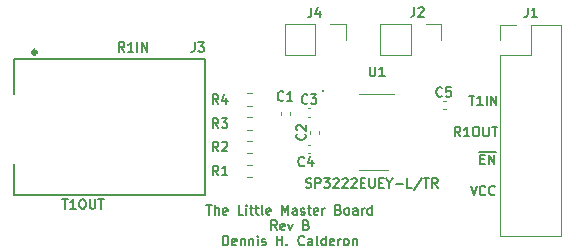
<source format=gbr>
%TF.GenerationSoftware,KiCad,Pcbnew,7.0.7*%
%TF.CreationDate,2023-09-29T20:54:03-04:00*%
%TF.ProjectId,Little_Master_Board,4c697474-6c65-45f4-9d61-737465725f42,B*%
%TF.SameCoordinates,Original*%
%TF.FileFunction,Legend,Top*%
%TF.FilePolarity,Positive*%
%FSLAX46Y46*%
G04 Gerber Fmt 4.6, Leading zero omitted, Abs format (unit mm)*
G04 Created by KiCad (PCBNEW 7.0.7) date 2023-09-29 20:54:03*
%MOMM*%
%LPD*%
G01*
G04 APERTURE LIST*
%ADD10C,0.150000*%
%ADD11C,0.120000*%
%ADD12C,0.100000*%
%ADD13C,0.127000*%
%ADD14C,0.340000*%
G04 APERTURE END LIST*
D10*
X150149265Y-73908045D02*
X150415932Y-74708045D01*
X150415932Y-74708045D02*
X150682598Y-73908045D01*
X151406408Y-74631854D02*
X151368312Y-74669950D01*
X151368312Y-74669950D02*
X151254027Y-74708045D01*
X151254027Y-74708045D02*
X151177836Y-74708045D01*
X151177836Y-74708045D02*
X151063550Y-74669950D01*
X151063550Y-74669950D02*
X150987360Y-74593759D01*
X150987360Y-74593759D02*
X150949265Y-74517569D01*
X150949265Y-74517569D02*
X150911169Y-74365188D01*
X150911169Y-74365188D02*
X150911169Y-74250902D01*
X150911169Y-74250902D02*
X150949265Y-74098521D01*
X150949265Y-74098521D02*
X150987360Y-74022330D01*
X150987360Y-74022330D02*
X151063550Y-73946140D01*
X151063550Y-73946140D02*
X151177836Y-73908045D01*
X151177836Y-73908045D02*
X151254027Y-73908045D01*
X151254027Y-73908045D02*
X151368312Y-73946140D01*
X151368312Y-73946140D02*
X151406408Y-73984235D01*
X152206408Y-74631854D02*
X152168312Y-74669950D01*
X152168312Y-74669950D02*
X152054027Y-74708045D01*
X152054027Y-74708045D02*
X151977836Y-74708045D01*
X151977836Y-74708045D02*
X151863550Y-74669950D01*
X151863550Y-74669950D02*
X151787360Y-74593759D01*
X151787360Y-74593759D02*
X151749265Y-74517569D01*
X151749265Y-74517569D02*
X151711169Y-74365188D01*
X151711169Y-74365188D02*
X151711169Y-74250902D01*
X151711169Y-74250902D02*
X151749265Y-74098521D01*
X151749265Y-74098521D02*
X151787360Y-74022330D01*
X151787360Y-74022330D02*
X151863550Y-73946140D01*
X151863550Y-73946140D02*
X151977836Y-73908045D01*
X151977836Y-73908045D02*
X152054027Y-73908045D01*
X152054027Y-73908045D02*
X152168312Y-73946140D01*
X152168312Y-73946140D02*
X152206408Y-73984235D01*
X120845627Y-62556095D02*
X120578960Y-62175142D01*
X120388484Y-62556095D02*
X120388484Y-61756095D01*
X120388484Y-61756095D02*
X120693246Y-61756095D01*
X120693246Y-61756095D02*
X120769436Y-61794190D01*
X120769436Y-61794190D02*
X120807531Y-61832285D01*
X120807531Y-61832285D02*
X120845627Y-61908476D01*
X120845627Y-61908476D02*
X120845627Y-62022761D01*
X120845627Y-62022761D02*
X120807531Y-62098952D01*
X120807531Y-62098952D02*
X120769436Y-62137047D01*
X120769436Y-62137047D02*
X120693246Y-62175142D01*
X120693246Y-62175142D02*
X120388484Y-62175142D01*
X121607531Y-62556095D02*
X121150388Y-62556095D01*
X121378960Y-62556095D02*
X121378960Y-61756095D01*
X121378960Y-61756095D02*
X121302769Y-61870380D01*
X121302769Y-61870380D02*
X121226579Y-61946571D01*
X121226579Y-61946571D02*
X121150388Y-61984666D01*
X121950389Y-62556095D02*
X121950389Y-61756095D01*
X122331341Y-62556095D02*
X122331341Y-61756095D01*
X122331341Y-61756095D02*
X122788484Y-62556095D01*
X122788484Y-62556095D02*
X122788484Y-61756095D01*
X150022017Y-66277295D02*
X150479160Y-66277295D01*
X150250588Y-67077295D02*
X150250588Y-66277295D01*
X151164874Y-67077295D02*
X150707731Y-67077295D01*
X150936303Y-67077295D02*
X150936303Y-66277295D01*
X150936303Y-66277295D02*
X150860112Y-66391580D01*
X150860112Y-66391580D02*
X150783922Y-66467771D01*
X150783922Y-66467771D02*
X150707731Y-66505866D01*
X151507732Y-67077295D02*
X151507732Y-66277295D01*
X151888684Y-67077295D02*
X151888684Y-66277295D01*
X151888684Y-66277295D02*
X152345827Y-67077295D01*
X152345827Y-67077295D02*
X152345827Y-66277295D01*
X127781932Y-75563095D02*
X128239075Y-75563095D01*
X128010503Y-76363095D02*
X128010503Y-75563095D01*
X128505742Y-76363095D02*
X128505742Y-75563095D01*
X128848599Y-76363095D02*
X128848599Y-75944047D01*
X128848599Y-75944047D02*
X128810504Y-75867857D01*
X128810504Y-75867857D02*
X128734313Y-75829761D01*
X128734313Y-75829761D02*
X128620027Y-75829761D01*
X128620027Y-75829761D02*
X128543837Y-75867857D01*
X128543837Y-75867857D02*
X128505742Y-75905952D01*
X129534314Y-76325000D02*
X129458123Y-76363095D01*
X129458123Y-76363095D02*
X129305742Y-76363095D01*
X129305742Y-76363095D02*
X129229552Y-76325000D01*
X129229552Y-76325000D02*
X129191456Y-76248809D01*
X129191456Y-76248809D02*
X129191456Y-75944047D01*
X129191456Y-75944047D02*
X129229552Y-75867857D01*
X129229552Y-75867857D02*
X129305742Y-75829761D01*
X129305742Y-75829761D02*
X129458123Y-75829761D01*
X129458123Y-75829761D02*
X129534314Y-75867857D01*
X129534314Y-75867857D02*
X129572409Y-75944047D01*
X129572409Y-75944047D02*
X129572409Y-76020238D01*
X129572409Y-76020238D02*
X129191456Y-76096428D01*
X130905742Y-76363095D02*
X130524790Y-76363095D01*
X130524790Y-76363095D02*
X130524790Y-75563095D01*
X131172409Y-76363095D02*
X131172409Y-75829761D01*
X131172409Y-75563095D02*
X131134313Y-75601190D01*
X131134313Y-75601190D02*
X131172409Y-75639285D01*
X131172409Y-75639285D02*
X131210504Y-75601190D01*
X131210504Y-75601190D02*
X131172409Y-75563095D01*
X131172409Y-75563095D02*
X131172409Y-75639285D01*
X131439075Y-75829761D02*
X131743837Y-75829761D01*
X131553361Y-75563095D02*
X131553361Y-76248809D01*
X131553361Y-76248809D02*
X131591456Y-76325000D01*
X131591456Y-76325000D02*
X131667646Y-76363095D01*
X131667646Y-76363095D02*
X131743837Y-76363095D01*
X131896218Y-75829761D02*
X132200980Y-75829761D01*
X132010504Y-75563095D02*
X132010504Y-76248809D01*
X132010504Y-76248809D02*
X132048599Y-76325000D01*
X132048599Y-76325000D02*
X132124789Y-76363095D01*
X132124789Y-76363095D02*
X132200980Y-76363095D01*
X132581932Y-76363095D02*
X132505742Y-76325000D01*
X132505742Y-76325000D02*
X132467647Y-76248809D01*
X132467647Y-76248809D02*
X132467647Y-75563095D01*
X133191457Y-76325000D02*
X133115266Y-76363095D01*
X133115266Y-76363095D02*
X132962885Y-76363095D01*
X132962885Y-76363095D02*
X132886695Y-76325000D01*
X132886695Y-76325000D02*
X132848599Y-76248809D01*
X132848599Y-76248809D02*
X132848599Y-75944047D01*
X132848599Y-75944047D02*
X132886695Y-75867857D01*
X132886695Y-75867857D02*
X132962885Y-75829761D01*
X132962885Y-75829761D02*
X133115266Y-75829761D01*
X133115266Y-75829761D02*
X133191457Y-75867857D01*
X133191457Y-75867857D02*
X133229552Y-75944047D01*
X133229552Y-75944047D02*
X133229552Y-76020238D01*
X133229552Y-76020238D02*
X132848599Y-76096428D01*
X134181933Y-76363095D02*
X134181933Y-75563095D01*
X134181933Y-75563095D02*
X134448599Y-76134523D01*
X134448599Y-76134523D02*
X134715266Y-75563095D01*
X134715266Y-75563095D02*
X134715266Y-76363095D01*
X135439076Y-76363095D02*
X135439076Y-75944047D01*
X135439076Y-75944047D02*
X135400981Y-75867857D01*
X135400981Y-75867857D02*
X135324790Y-75829761D01*
X135324790Y-75829761D02*
X135172409Y-75829761D01*
X135172409Y-75829761D02*
X135096219Y-75867857D01*
X135439076Y-76325000D02*
X135362885Y-76363095D01*
X135362885Y-76363095D02*
X135172409Y-76363095D01*
X135172409Y-76363095D02*
X135096219Y-76325000D01*
X135096219Y-76325000D02*
X135058123Y-76248809D01*
X135058123Y-76248809D02*
X135058123Y-76172619D01*
X135058123Y-76172619D02*
X135096219Y-76096428D01*
X135096219Y-76096428D02*
X135172409Y-76058333D01*
X135172409Y-76058333D02*
X135362885Y-76058333D01*
X135362885Y-76058333D02*
X135439076Y-76020238D01*
X135781933Y-76325000D02*
X135858124Y-76363095D01*
X135858124Y-76363095D02*
X136010505Y-76363095D01*
X136010505Y-76363095D02*
X136086695Y-76325000D01*
X136086695Y-76325000D02*
X136124791Y-76248809D01*
X136124791Y-76248809D02*
X136124791Y-76210714D01*
X136124791Y-76210714D02*
X136086695Y-76134523D01*
X136086695Y-76134523D02*
X136010505Y-76096428D01*
X136010505Y-76096428D02*
X135896219Y-76096428D01*
X135896219Y-76096428D02*
X135820029Y-76058333D01*
X135820029Y-76058333D02*
X135781933Y-75982142D01*
X135781933Y-75982142D02*
X135781933Y-75944047D01*
X135781933Y-75944047D02*
X135820029Y-75867857D01*
X135820029Y-75867857D02*
X135896219Y-75829761D01*
X135896219Y-75829761D02*
X136010505Y-75829761D01*
X136010505Y-75829761D02*
X136086695Y-75867857D01*
X136353362Y-75829761D02*
X136658124Y-75829761D01*
X136467648Y-75563095D02*
X136467648Y-76248809D01*
X136467648Y-76248809D02*
X136505743Y-76325000D01*
X136505743Y-76325000D02*
X136581933Y-76363095D01*
X136581933Y-76363095D02*
X136658124Y-76363095D01*
X137229553Y-76325000D02*
X137153362Y-76363095D01*
X137153362Y-76363095D02*
X137000981Y-76363095D01*
X137000981Y-76363095D02*
X136924791Y-76325000D01*
X136924791Y-76325000D02*
X136886695Y-76248809D01*
X136886695Y-76248809D02*
X136886695Y-75944047D01*
X136886695Y-75944047D02*
X136924791Y-75867857D01*
X136924791Y-75867857D02*
X137000981Y-75829761D01*
X137000981Y-75829761D02*
X137153362Y-75829761D01*
X137153362Y-75829761D02*
X137229553Y-75867857D01*
X137229553Y-75867857D02*
X137267648Y-75944047D01*
X137267648Y-75944047D02*
X137267648Y-76020238D01*
X137267648Y-76020238D02*
X136886695Y-76096428D01*
X137610505Y-76363095D02*
X137610505Y-75829761D01*
X137610505Y-75982142D02*
X137648600Y-75905952D01*
X137648600Y-75905952D02*
X137686695Y-75867857D01*
X137686695Y-75867857D02*
X137762886Y-75829761D01*
X137762886Y-75829761D02*
X137839076Y-75829761D01*
X138981933Y-75944047D02*
X139096219Y-75982142D01*
X139096219Y-75982142D02*
X139134314Y-76020238D01*
X139134314Y-76020238D02*
X139172410Y-76096428D01*
X139172410Y-76096428D02*
X139172410Y-76210714D01*
X139172410Y-76210714D02*
X139134314Y-76286904D01*
X139134314Y-76286904D02*
X139096219Y-76325000D01*
X139096219Y-76325000D02*
X139020029Y-76363095D01*
X139020029Y-76363095D02*
X138715267Y-76363095D01*
X138715267Y-76363095D02*
X138715267Y-75563095D01*
X138715267Y-75563095D02*
X138981933Y-75563095D01*
X138981933Y-75563095D02*
X139058124Y-75601190D01*
X139058124Y-75601190D02*
X139096219Y-75639285D01*
X139096219Y-75639285D02*
X139134314Y-75715476D01*
X139134314Y-75715476D02*
X139134314Y-75791666D01*
X139134314Y-75791666D02*
X139096219Y-75867857D01*
X139096219Y-75867857D02*
X139058124Y-75905952D01*
X139058124Y-75905952D02*
X138981933Y-75944047D01*
X138981933Y-75944047D02*
X138715267Y-75944047D01*
X139629552Y-76363095D02*
X139553362Y-76325000D01*
X139553362Y-76325000D02*
X139515267Y-76286904D01*
X139515267Y-76286904D02*
X139477171Y-76210714D01*
X139477171Y-76210714D02*
X139477171Y-75982142D01*
X139477171Y-75982142D02*
X139515267Y-75905952D01*
X139515267Y-75905952D02*
X139553362Y-75867857D01*
X139553362Y-75867857D02*
X139629552Y-75829761D01*
X139629552Y-75829761D02*
X139743838Y-75829761D01*
X139743838Y-75829761D02*
X139820029Y-75867857D01*
X139820029Y-75867857D02*
X139858124Y-75905952D01*
X139858124Y-75905952D02*
X139896219Y-75982142D01*
X139896219Y-75982142D02*
X139896219Y-76210714D01*
X139896219Y-76210714D02*
X139858124Y-76286904D01*
X139858124Y-76286904D02*
X139820029Y-76325000D01*
X139820029Y-76325000D02*
X139743838Y-76363095D01*
X139743838Y-76363095D02*
X139629552Y-76363095D01*
X140581934Y-76363095D02*
X140581934Y-75944047D01*
X140581934Y-75944047D02*
X140543839Y-75867857D01*
X140543839Y-75867857D02*
X140467648Y-75829761D01*
X140467648Y-75829761D02*
X140315267Y-75829761D01*
X140315267Y-75829761D02*
X140239077Y-75867857D01*
X140581934Y-76325000D02*
X140505743Y-76363095D01*
X140505743Y-76363095D02*
X140315267Y-76363095D01*
X140315267Y-76363095D02*
X140239077Y-76325000D01*
X140239077Y-76325000D02*
X140200981Y-76248809D01*
X140200981Y-76248809D02*
X140200981Y-76172619D01*
X140200981Y-76172619D02*
X140239077Y-76096428D01*
X140239077Y-76096428D02*
X140315267Y-76058333D01*
X140315267Y-76058333D02*
X140505743Y-76058333D01*
X140505743Y-76058333D02*
X140581934Y-76020238D01*
X140962887Y-76363095D02*
X140962887Y-75829761D01*
X140962887Y-75982142D02*
X141000982Y-75905952D01*
X141000982Y-75905952D02*
X141039077Y-75867857D01*
X141039077Y-75867857D02*
X141115268Y-75829761D01*
X141115268Y-75829761D02*
X141191458Y-75829761D01*
X141800982Y-76363095D02*
X141800982Y-75563095D01*
X141800982Y-76325000D02*
X141724791Y-76363095D01*
X141724791Y-76363095D02*
X141572410Y-76363095D01*
X141572410Y-76363095D02*
X141496220Y-76325000D01*
X141496220Y-76325000D02*
X141458125Y-76286904D01*
X141458125Y-76286904D02*
X141420029Y-76210714D01*
X141420029Y-76210714D02*
X141420029Y-75982142D01*
X141420029Y-75982142D02*
X141458125Y-75905952D01*
X141458125Y-75905952D02*
X141496220Y-75867857D01*
X141496220Y-75867857D02*
X141572410Y-75829761D01*
X141572410Y-75829761D02*
X141724791Y-75829761D01*
X141724791Y-75829761D02*
X141800982Y-75867857D01*
X133743838Y-77651095D02*
X133477171Y-77270142D01*
X133286695Y-77651095D02*
X133286695Y-76851095D01*
X133286695Y-76851095D02*
X133591457Y-76851095D01*
X133591457Y-76851095D02*
X133667647Y-76889190D01*
X133667647Y-76889190D02*
X133705742Y-76927285D01*
X133705742Y-76927285D02*
X133743838Y-77003476D01*
X133743838Y-77003476D02*
X133743838Y-77117761D01*
X133743838Y-77117761D02*
X133705742Y-77193952D01*
X133705742Y-77193952D02*
X133667647Y-77232047D01*
X133667647Y-77232047D02*
X133591457Y-77270142D01*
X133591457Y-77270142D02*
X133286695Y-77270142D01*
X134391457Y-77613000D02*
X134315266Y-77651095D01*
X134315266Y-77651095D02*
X134162885Y-77651095D01*
X134162885Y-77651095D02*
X134086695Y-77613000D01*
X134086695Y-77613000D02*
X134048599Y-77536809D01*
X134048599Y-77536809D02*
X134048599Y-77232047D01*
X134048599Y-77232047D02*
X134086695Y-77155857D01*
X134086695Y-77155857D02*
X134162885Y-77117761D01*
X134162885Y-77117761D02*
X134315266Y-77117761D01*
X134315266Y-77117761D02*
X134391457Y-77155857D01*
X134391457Y-77155857D02*
X134429552Y-77232047D01*
X134429552Y-77232047D02*
X134429552Y-77308238D01*
X134429552Y-77308238D02*
X134048599Y-77384428D01*
X134696218Y-77117761D02*
X134886694Y-77651095D01*
X134886694Y-77651095D02*
X135077171Y-77117761D01*
X136258123Y-77232047D02*
X136372409Y-77270142D01*
X136372409Y-77270142D02*
X136410504Y-77308238D01*
X136410504Y-77308238D02*
X136448600Y-77384428D01*
X136448600Y-77384428D02*
X136448600Y-77498714D01*
X136448600Y-77498714D02*
X136410504Y-77574904D01*
X136410504Y-77574904D02*
X136372409Y-77613000D01*
X136372409Y-77613000D02*
X136296219Y-77651095D01*
X136296219Y-77651095D02*
X135991457Y-77651095D01*
X135991457Y-77651095D02*
X135991457Y-76851095D01*
X135991457Y-76851095D02*
X136258123Y-76851095D01*
X136258123Y-76851095D02*
X136334314Y-76889190D01*
X136334314Y-76889190D02*
X136372409Y-76927285D01*
X136372409Y-76927285D02*
X136410504Y-77003476D01*
X136410504Y-77003476D02*
X136410504Y-77079666D01*
X136410504Y-77079666D02*
X136372409Y-77155857D01*
X136372409Y-77155857D02*
X136334314Y-77193952D01*
X136334314Y-77193952D02*
X136258123Y-77232047D01*
X136258123Y-77232047D02*
X135991457Y-77232047D01*
X129191456Y-78939095D02*
X129191456Y-78139095D01*
X129191456Y-78139095D02*
X129381932Y-78139095D01*
X129381932Y-78139095D02*
X129496218Y-78177190D01*
X129496218Y-78177190D02*
X129572408Y-78253380D01*
X129572408Y-78253380D02*
X129610503Y-78329571D01*
X129610503Y-78329571D02*
X129648599Y-78481952D01*
X129648599Y-78481952D02*
X129648599Y-78596238D01*
X129648599Y-78596238D02*
X129610503Y-78748619D01*
X129610503Y-78748619D02*
X129572408Y-78824809D01*
X129572408Y-78824809D02*
X129496218Y-78901000D01*
X129496218Y-78901000D02*
X129381932Y-78939095D01*
X129381932Y-78939095D02*
X129191456Y-78939095D01*
X130296218Y-78901000D02*
X130220027Y-78939095D01*
X130220027Y-78939095D02*
X130067646Y-78939095D01*
X130067646Y-78939095D02*
X129991456Y-78901000D01*
X129991456Y-78901000D02*
X129953360Y-78824809D01*
X129953360Y-78824809D02*
X129953360Y-78520047D01*
X129953360Y-78520047D02*
X129991456Y-78443857D01*
X129991456Y-78443857D02*
X130067646Y-78405761D01*
X130067646Y-78405761D02*
X130220027Y-78405761D01*
X130220027Y-78405761D02*
X130296218Y-78443857D01*
X130296218Y-78443857D02*
X130334313Y-78520047D01*
X130334313Y-78520047D02*
X130334313Y-78596238D01*
X130334313Y-78596238D02*
X129953360Y-78672428D01*
X130677170Y-78405761D02*
X130677170Y-78939095D01*
X130677170Y-78481952D02*
X130715265Y-78443857D01*
X130715265Y-78443857D02*
X130791455Y-78405761D01*
X130791455Y-78405761D02*
X130905741Y-78405761D01*
X130905741Y-78405761D02*
X130981932Y-78443857D01*
X130981932Y-78443857D02*
X131020027Y-78520047D01*
X131020027Y-78520047D02*
X131020027Y-78939095D01*
X131400980Y-78405761D02*
X131400980Y-78939095D01*
X131400980Y-78481952D02*
X131439075Y-78443857D01*
X131439075Y-78443857D02*
X131515265Y-78405761D01*
X131515265Y-78405761D02*
X131629551Y-78405761D01*
X131629551Y-78405761D02*
X131705742Y-78443857D01*
X131705742Y-78443857D02*
X131743837Y-78520047D01*
X131743837Y-78520047D02*
X131743837Y-78939095D01*
X132124790Y-78939095D02*
X132124790Y-78405761D01*
X132124790Y-78139095D02*
X132086694Y-78177190D01*
X132086694Y-78177190D02*
X132124790Y-78215285D01*
X132124790Y-78215285D02*
X132162885Y-78177190D01*
X132162885Y-78177190D02*
X132124790Y-78139095D01*
X132124790Y-78139095D02*
X132124790Y-78215285D01*
X132467646Y-78901000D02*
X132543837Y-78939095D01*
X132543837Y-78939095D02*
X132696218Y-78939095D01*
X132696218Y-78939095D02*
X132772408Y-78901000D01*
X132772408Y-78901000D02*
X132810504Y-78824809D01*
X132810504Y-78824809D02*
X132810504Y-78786714D01*
X132810504Y-78786714D02*
X132772408Y-78710523D01*
X132772408Y-78710523D02*
X132696218Y-78672428D01*
X132696218Y-78672428D02*
X132581932Y-78672428D01*
X132581932Y-78672428D02*
X132505742Y-78634333D01*
X132505742Y-78634333D02*
X132467646Y-78558142D01*
X132467646Y-78558142D02*
X132467646Y-78520047D01*
X132467646Y-78520047D02*
X132505742Y-78443857D01*
X132505742Y-78443857D02*
X132581932Y-78405761D01*
X132581932Y-78405761D02*
X132696218Y-78405761D01*
X132696218Y-78405761D02*
X132772408Y-78443857D01*
X133762885Y-78939095D02*
X133762885Y-78139095D01*
X133762885Y-78520047D02*
X134220028Y-78520047D01*
X134220028Y-78939095D02*
X134220028Y-78139095D01*
X134600980Y-78862904D02*
X134639075Y-78901000D01*
X134639075Y-78901000D02*
X134600980Y-78939095D01*
X134600980Y-78939095D02*
X134562884Y-78901000D01*
X134562884Y-78901000D02*
X134600980Y-78862904D01*
X134600980Y-78862904D02*
X134600980Y-78939095D01*
X136048599Y-78862904D02*
X136010503Y-78901000D01*
X136010503Y-78901000D02*
X135896218Y-78939095D01*
X135896218Y-78939095D02*
X135820027Y-78939095D01*
X135820027Y-78939095D02*
X135705741Y-78901000D01*
X135705741Y-78901000D02*
X135629551Y-78824809D01*
X135629551Y-78824809D02*
X135591456Y-78748619D01*
X135591456Y-78748619D02*
X135553360Y-78596238D01*
X135553360Y-78596238D02*
X135553360Y-78481952D01*
X135553360Y-78481952D02*
X135591456Y-78329571D01*
X135591456Y-78329571D02*
X135629551Y-78253380D01*
X135629551Y-78253380D02*
X135705741Y-78177190D01*
X135705741Y-78177190D02*
X135820027Y-78139095D01*
X135820027Y-78139095D02*
X135896218Y-78139095D01*
X135896218Y-78139095D02*
X136010503Y-78177190D01*
X136010503Y-78177190D02*
X136048599Y-78215285D01*
X136734313Y-78939095D02*
X136734313Y-78520047D01*
X136734313Y-78520047D02*
X136696218Y-78443857D01*
X136696218Y-78443857D02*
X136620027Y-78405761D01*
X136620027Y-78405761D02*
X136467646Y-78405761D01*
X136467646Y-78405761D02*
X136391456Y-78443857D01*
X136734313Y-78901000D02*
X136658122Y-78939095D01*
X136658122Y-78939095D02*
X136467646Y-78939095D01*
X136467646Y-78939095D02*
X136391456Y-78901000D01*
X136391456Y-78901000D02*
X136353360Y-78824809D01*
X136353360Y-78824809D02*
X136353360Y-78748619D01*
X136353360Y-78748619D02*
X136391456Y-78672428D01*
X136391456Y-78672428D02*
X136467646Y-78634333D01*
X136467646Y-78634333D02*
X136658122Y-78634333D01*
X136658122Y-78634333D02*
X136734313Y-78596238D01*
X137229551Y-78939095D02*
X137153361Y-78901000D01*
X137153361Y-78901000D02*
X137115266Y-78824809D01*
X137115266Y-78824809D02*
X137115266Y-78139095D01*
X137877171Y-78939095D02*
X137877171Y-78139095D01*
X137877171Y-78901000D02*
X137800980Y-78939095D01*
X137800980Y-78939095D02*
X137648599Y-78939095D01*
X137648599Y-78939095D02*
X137572409Y-78901000D01*
X137572409Y-78901000D02*
X137534314Y-78862904D01*
X137534314Y-78862904D02*
X137496218Y-78786714D01*
X137496218Y-78786714D02*
X137496218Y-78558142D01*
X137496218Y-78558142D02*
X137534314Y-78481952D01*
X137534314Y-78481952D02*
X137572409Y-78443857D01*
X137572409Y-78443857D02*
X137648599Y-78405761D01*
X137648599Y-78405761D02*
X137800980Y-78405761D01*
X137800980Y-78405761D02*
X137877171Y-78443857D01*
X138562886Y-78901000D02*
X138486695Y-78939095D01*
X138486695Y-78939095D02*
X138334314Y-78939095D01*
X138334314Y-78939095D02*
X138258124Y-78901000D01*
X138258124Y-78901000D02*
X138220028Y-78824809D01*
X138220028Y-78824809D02*
X138220028Y-78520047D01*
X138220028Y-78520047D02*
X138258124Y-78443857D01*
X138258124Y-78443857D02*
X138334314Y-78405761D01*
X138334314Y-78405761D02*
X138486695Y-78405761D01*
X138486695Y-78405761D02*
X138562886Y-78443857D01*
X138562886Y-78443857D02*
X138600981Y-78520047D01*
X138600981Y-78520047D02*
X138600981Y-78596238D01*
X138600981Y-78596238D02*
X138220028Y-78672428D01*
X138943838Y-78939095D02*
X138943838Y-78405761D01*
X138943838Y-78558142D02*
X138981933Y-78481952D01*
X138981933Y-78481952D02*
X139020028Y-78443857D01*
X139020028Y-78443857D02*
X139096219Y-78405761D01*
X139096219Y-78405761D02*
X139172409Y-78405761D01*
X139553361Y-78939095D02*
X139477171Y-78901000D01*
X139477171Y-78901000D02*
X139439076Y-78862904D01*
X139439076Y-78862904D02*
X139400980Y-78786714D01*
X139400980Y-78786714D02*
X139400980Y-78558142D01*
X139400980Y-78558142D02*
X139439076Y-78481952D01*
X139439076Y-78481952D02*
X139477171Y-78443857D01*
X139477171Y-78443857D02*
X139553361Y-78405761D01*
X139553361Y-78405761D02*
X139667647Y-78405761D01*
X139667647Y-78405761D02*
X139743838Y-78443857D01*
X139743838Y-78443857D02*
X139781933Y-78481952D01*
X139781933Y-78481952D02*
X139820028Y-78558142D01*
X139820028Y-78558142D02*
X139820028Y-78786714D01*
X139820028Y-78786714D02*
X139781933Y-78862904D01*
X139781933Y-78862904D02*
X139743838Y-78901000D01*
X139743838Y-78901000D02*
X139667647Y-78939095D01*
X139667647Y-78939095D02*
X139553361Y-78939095D01*
X140162886Y-78405761D02*
X140162886Y-78939095D01*
X140162886Y-78481952D02*
X140200981Y-78443857D01*
X140200981Y-78443857D02*
X140277171Y-78405761D01*
X140277171Y-78405761D02*
X140391457Y-78405761D01*
X140391457Y-78405761D02*
X140467648Y-78443857D01*
X140467648Y-78443857D02*
X140505743Y-78520047D01*
X140505743Y-78520047D02*
X140505743Y-78939095D01*
X136193630Y-74024200D02*
X136307916Y-74062295D01*
X136307916Y-74062295D02*
X136498392Y-74062295D01*
X136498392Y-74062295D02*
X136574583Y-74024200D01*
X136574583Y-74024200D02*
X136612678Y-73986104D01*
X136612678Y-73986104D02*
X136650773Y-73909914D01*
X136650773Y-73909914D02*
X136650773Y-73833723D01*
X136650773Y-73833723D02*
X136612678Y-73757533D01*
X136612678Y-73757533D02*
X136574583Y-73719438D01*
X136574583Y-73719438D02*
X136498392Y-73681342D01*
X136498392Y-73681342D02*
X136346011Y-73643247D01*
X136346011Y-73643247D02*
X136269821Y-73605152D01*
X136269821Y-73605152D02*
X136231726Y-73567057D01*
X136231726Y-73567057D02*
X136193630Y-73490866D01*
X136193630Y-73490866D02*
X136193630Y-73414676D01*
X136193630Y-73414676D02*
X136231726Y-73338485D01*
X136231726Y-73338485D02*
X136269821Y-73300390D01*
X136269821Y-73300390D02*
X136346011Y-73262295D01*
X136346011Y-73262295D02*
X136536488Y-73262295D01*
X136536488Y-73262295D02*
X136650773Y-73300390D01*
X136993631Y-74062295D02*
X136993631Y-73262295D01*
X136993631Y-73262295D02*
X137298393Y-73262295D01*
X137298393Y-73262295D02*
X137374583Y-73300390D01*
X137374583Y-73300390D02*
X137412678Y-73338485D01*
X137412678Y-73338485D02*
X137450774Y-73414676D01*
X137450774Y-73414676D02*
X137450774Y-73528961D01*
X137450774Y-73528961D02*
X137412678Y-73605152D01*
X137412678Y-73605152D02*
X137374583Y-73643247D01*
X137374583Y-73643247D02*
X137298393Y-73681342D01*
X137298393Y-73681342D02*
X136993631Y-73681342D01*
X137717440Y-73262295D02*
X138212678Y-73262295D01*
X138212678Y-73262295D02*
X137946012Y-73567057D01*
X137946012Y-73567057D02*
X138060297Y-73567057D01*
X138060297Y-73567057D02*
X138136488Y-73605152D01*
X138136488Y-73605152D02*
X138174583Y-73643247D01*
X138174583Y-73643247D02*
X138212678Y-73719438D01*
X138212678Y-73719438D02*
X138212678Y-73909914D01*
X138212678Y-73909914D02*
X138174583Y-73986104D01*
X138174583Y-73986104D02*
X138136488Y-74024200D01*
X138136488Y-74024200D02*
X138060297Y-74062295D01*
X138060297Y-74062295D02*
X137831726Y-74062295D01*
X137831726Y-74062295D02*
X137755535Y-74024200D01*
X137755535Y-74024200D02*
X137717440Y-73986104D01*
X138517440Y-73338485D02*
X138555536Y-73300390D01*
X138555536Y-73300390D02*
X138631726Y-73262295D01*
X138631726Y-73262295D02*
X138822202Y-73262295D01*
X138822202Y-73262295D02*
X138898393Y-73300390D01*
X138898393Y-73300390D02*
X138936488Y-73338485D01*
X138936488Y-73338485D02*
X138974583Y-73414676D01*
X138974583Y-73414676D02*
X138974583Y-73490866D01*
X138974583Y-73490866D02*
X138936488Y-73605152D01*
X138936488Y-73605152D02*
X138479345Y-74062295D01*
X138479345Y-74062295D02*
X138974583Y-74062295D01*
X139279345Y-73338485D02*
X139317441Y-73300390D01*
X139317441Y-73300390D02*
X139393631Y-73262295D01*
X139393631Y-73262295D02*
X139584107Y-73262295D01*
X139584107Y-73262295D02*
X139660298Y-73300390D01*
X139660298Y-73300390D02*
X139698393Y-73338485D01*
X139698393Y-73338485D02*
X139736488Y-73414676D01*
X139736488Y-73414676D02*
X139736488Y-73490866D01*
X139736488Y-73490866D02*
X139698393Y-73605152D01*
X139698393Y-73605152D02*
X139241250Y-74062295D01*
X139241250Y-74062295D02*
X139736488Y-74062295D01*
X140041250Y-73338485D02*
X140079346Y-73300390D01*
X140079346Y-73300390D02*
X140155536Y-73262295D01*
X140155536Y-73262295D02*
X140346012Y-73262295D01*
X140346012Y-73262295D02*
X140422203Y-73300390D01*
X140422203Y-73300390D02*
X140460298Y-73338485D01*
X140460298Y-73338485D02*
X140498393Y-73414676D01*
X140498393Y-73414676D02*
X140498393Y-73490866D01*
X140498393Y-73490866D02*
X140460298Y-73605152D01*
X140460298Y-73605152D02*
X140003155Y-74062295D01*
X140003155Y-74062295D02*
X140498393Y-74062295D01*
X140841251Y-73643247D02*
X141107917Y-73643247D01*
X141222203Y-74062295D02*
X140841251Y-74062295D01*
X140841251Y-74062295D02*
X140841251Y-73262295D01*
X140841251Y-73262295D02*
X141222203Y-73262295D01*
X141565061Y-73262295D02*
X141565061Y-73909914D01*
X141565061Y-73909914D02*
X141603156Y-73986104D01*
X141603156Y-73986104D02*
X141641251Y-74024200D01*
X141641251Y-74024200D02*
X141717442Y-74062295D01*
X141717442Y-74062295D02*
X141869823Y-74062295D01*
X141869823Y-74062295D02*
X141946013Y-74024200D01*
X141946013Y-74024200D02*
X141984108Y-73986104D01*
X141984108Y-73986104D02*
X142022204Y-73909914D01*
X142022204Y-73909914D02*
X142022204Y-73262295D01*
X142403156Y-73643247D02*
X142669822Y-73643247D01*
X142784108Y-74062295D02*
X142403156Y-74062295D01*
X142403156Y-74062295D02*
X142403156Y-73262295D01*
X142403156Y-73262295D02*
X142784108Y-73262295D01*
X143279347Y-73681342D02*
X143279347Y-74062295D01*
X143012680Y-73262295D02*
X143279347Y-73681342D01*
X143279347Y-73681342D02*
X143546013Y-73262295D01*
X143812680Y-73757533D02*
X144422204Y-73757533D01*
X145184108Y-74062295D02*
X144803156Y-74062295D01*
X144803156Y-74062295D02*
X144803156Y-73262295D01*
X146022203Y-73224200D02*
X145336489Y-74252771D01*
X146174584Y-73262295D02*
X146631727Y-73262295D01*
X146403155Y-74062295D02*
X146403155Y-73262295D01*
X147355537Y-74062295D02*
X147088870Y-73681342D01*
X146898394Y-74062295D02*
X146898394Y-73262295D01*
X146898394Y-73262295D02*
X147203156Y-73262295D01*
X147203156Y-73262295D02*
X147279346Y-73300390D01*
X147279346Y-73300390D02*
X147317441Y-73338485D01*
X147317441Y-73338485D02*
X147355537Y-73414676D01*
X147355537Y-73414676D02*
X147355537Y-73528961D01*
X147355537Y-73528961D02*
X147317441Y-73605152D01*
X147317441Y-73605152D02*
X147279346Y-73643247D01*
X147279346Y-73643247D02*
X147203156Y-73681342D01*
X147203156Y-73681342D02*
X146898394Y-73681342D01*
X149285503Y-69732212D02*
X149018836Y-69351259D01*
X148828360Y-69732212D02*
X148828360Y-68932212D01*
X148828360Y-68932212D02*
X149133122Y-68932212D01*
X149133122Y-68932212D02*
X149209312Y-68970307D01*
X149209312Y-68970307D02*
X149247407Y-69008402D01*
X149247407Y-69008402D02*
X149285503Y-69084593D01*
X149285503Y-69084593D02*
X149285503Y-69198878D01*
X149285503Y-69198878D02*
X149247407Y-69275069D01*
X149247407Y-69275069D02*
X149209312Y-69313164D01*
X149209312Y-69313164D02*
X149133122Y-69351259D01*
X149133122Y-69351259D02*
X148828360Y-69351259D01*
X150047407Y-69732212D02*
X149590264Y-69732212D01*
X149818836Y-69732212D02*
X149818836Y-68932212D01*
X149818836Y-68932212D02*
X149742645Y-69046497D01*
X149742645Y-69046497D02*
X149666455Y-69122688D01*
X149666455Y-69122688D02*
X149590264Y-69160783D01*
X150542646Y-68932212D02*
X150695027Y-68932212D01*
X150695027Y-68932212D02*
X150771217Y-68970307D01*
X150771217Y-68970307D02*
X150847408Y-69046497D01*
X150847408Y-69046497D02*
X150885503Y-69198878D01*
X150885503Y-69198878D02*
X150885503Y-69465545D01*
X150885503Y-69465545D02*
X150847408Y-69617926D01*
X150847408Y-69617926D02*
X150771217Y-69694117D01*
X150771217Y-69694117D02*
X150695027Y-69732212D01*
X150695027Y-69732212D02*
X150542646Y-69732212D01*
X150542646Y-69732212D02*
X150466455Y-69694117D01*
X150466455Y-69694117D02*
X150390265Y-69617926D01*
X150390265Y-69617926D02*
X150352169Y-69465545D01*
X150352169Y-69465545D02*
X150352169Y-69198878D01*
X150352169Y-69198878D02*
X150390265Y-69046497D01*
X150390265Y-69046497D02*
X150466455Y-68970307D01*
X150466455Y-68970307D02*
X150542646Y-68932212D01*
X151228360Y-68932212D02*
X151228360Y-69579831D01*
X151228360Y-69579831D02*
X151266455Y-69656021D01*
X151266455Y-69656021D02*
X151304550Y-69694117D01*
X151304550Y-69694117D02*
X151380741Y-69732212D01*
X151380741Y-69732212D02*
X151533122Y-69732212D01*
X151533122Y-69732212D02*
X151609312Y-69694117D01*
X151609312Y-69694117D02*
X151647407Y-69656021D01*
X151647407Y-69656021D02*
X151685503Y-69579831D01*
X151685503Y-69579831D02*
X151685503Y-68932212D01*
X151952169Y-68932212D02*
X152409312Y-68932212D01*
X152180740Y-69732212D02*
X152180740Y-68932212D01*
X150987360Y-71687447D02*
X151254026Y-71687447D01*
X151368312Y-72106495D02*
X150987360Y-72106495D01*
X150987360Y-72106495D02*
X150987360Y-71306495D01*
X150987360Y-71306495D02*
X151368312Y-71306495D01*
X151711170Y-72106495D02*
X151711170Y-71306495D01*
X151711170Y-71306495D02*
X152168313Y-72106495D01*
X152168313Y-72106495D02*
X152168313Y-71306495D01*
X150876884Y-71084400D02*
X152278789Y-71084400D01*
X115592474Y-75065695D02*
X116049617Y-75065695D01*
X115821045Y-75865695D02*
X115821045Y-75065695D01*
X116735331Y-75865695D02*
X116278188Y-75865695D01*
X116506760Y-75865695D02*
X116506760Y-75065695D01*
X116506760Y-75065695D02*
X116430569Y-75179980D01*
X116430569Y-75179980D02*
X116354379Y-75256171D01*
X116354379Y-75256171D02*
X116278188Y-75294266D01*
X117230570Y-75065695D02*
X117382951Y-75065695D01*
X117382951Y-75065695D02*
X117459141Y-75103790D01*
X117459141Y-75103790D02*
X117535332Y-75179980D01*
X117535332Y-75179980D02*
X117573427Y-75332361D01*
X117573427Y-75332361D02*
X117573427Y-75599028D01*
X117573427Y-75599028D02*
X117535332Y-75751409D01*
X117535332Y-75751409D02*
X117459141Y-75827600D01*
X117459141Y-75827600D02*
X117382951Y-75865695D01*
X117382951Y-75865695D02*
X117230570Y-75865695D01*
X117230570Y-75865695D02*
X117154379Y-75827600D01*
X117154379Y-75827600D02*
X117078189Y-75751409D01*
X117078189Y-75751409D02*
X117040093Y-75599028D01*
X117040093Y-75599028D02*
X117040093Y-75332361D01*
X117040093Y-75332361D02*
X117078189Y-75179980D01*
X117078189Y-75179980D02*
X117154379Y-75103790D01*
X117154379Y-75103790D02*
X117230570Y-75065695D01*
X117916284Y-75065695D02*
X117916284Y-75713314D01*
X117916284Y-75713314D02*
X117954379Y-75789504D01*
X117954379Y-75789504D02*
X117992474Y-75827600D01*
X117992474Y-75827600D02*
X118068665Y-75865695D01*
X118068665Y-75865695D02*
X118221046Y-75865695D01*
X118221046Y-75865695D02*
X118297236Y-75827600D01*
X118297236Y-75827600D02*
X118335331Y-75789504D01*
X118335331Y-75789504D02*
X118373427Y-75713314D01*
X118373427Y-75713314D02*
X118373427Y-75065695D01*
X118640093Y-75065695D02*
X119097236Y-75065695D01*
X118868664Y-75865695D02*
X118868664Y-75065695D01*
X134307667Y-66653704D02*
X134269571Y-66691800D01*
X134269571Y-66691800D02*
X134155286Y-66729895D01*
X134155286Y-66729895D02*
X134079095Y-66729895D01*
X134079095Y-66729895D02*
X133964809Y-66691800D01*
X133964809Y-66691800D02*
X133888619Y-66615609D01*
X133888619Y-66615609D02*
X133850524Y-66539419D01*
X133850524Y-66539419D02*
X133812428Y-66387038D01*
X133812428Y-66387038D02*
X133812428Y-66272752D01*
X133812428Y-66272752D02*
X133850524Y-66120371D01*
X133850524Y-66120371D02*
X133888619Y-66044180D01*
X133888619Y-66044180D02*
X133964809Y-65967990D01*
X133964809Y-65967990D02*
X134079095Y-65929895D01*
X134079095Y-65929895D02*
X134155286Y-65929895D01*
X134155286Y-65929895D02*
X134269571Y-65967990D01*
X134269571Y-65967990D02*
X134307667Y-66006085D01*
X135069571Y-66729895D02*
X134612428Y-66729895D01*
X134841000Y-66729895D02*
X134841000Y-65929895D01*
X134841000Y-65929895D02*
X134764809Y-66044180D01*
X134764809Y-66044180D02*
X134688619Y-66120371D01*
X134688619Y-66120371D02*
X134612428Y-66158466D01*
X141630476Y-63824295D02*
X141630476Y-64471914D01*
X141630476Y-64471914D02*
X141668571Y-64548104D01*
X141668571Y-64548104D02*
X141706666Y-64586200D01*
X141706666Y-64586200D02*
X141782857Y-64624295D01*
X141782857Y-64624295D02*
X141935238Y-64624295D01*
X141935238Y-64624295D02*
X142011428Y-64586200D01*
X142011428Y-64586200D02*
X142049523Y-64548104D01*
X142049523Y-64548104D02*
X142087619Y-64471914D01*
X142087619Y-64471914D02*
X142087619Y-63824295D01*
X142887618Y-64624295D02*
X142430475Y-64624295D01*
X142659047Y-64624295D02*
X142659047Y-63824295D01*
X142659047Y-63824295D02*
X142582856Y-63938580D01*
X142582856Y-63938580D02*
X142506666Y-64014771D01*
X142506666Y-64014771D02*
X142430475Y-64052866D01*
X154978133Y-58827295D02*
X154978133Y-59398723D01*
X154978133Y-59398723D02*
X154940038Y-59513009D01*
X154940038Y-59513009D02*
X154863847Y-59589200D01*
X154863847Y-59589200D02*
X154749562Y-59627295D01*
X154749562Y-59627295D02*
X154673371Y-59627295D01*
X155778133Y-59627295D02*
X155320990Y-59627295D01*
X155549562Y-59627295D02*
X155549562Y-58827295D01*
X155549562Y-58827295D02*
X155473371Y-58941580D01*
X155473371Y-58941580D02*
X155397181Y-59017771D01*
X155397181Y-59017771D02*
X155320990Y-59055866D01*
X128797067Y-73006295D02*
X128530400Y-72625342D01*
X128339924Y-73006295D02*
X128339924Y-72206295D01*
X128339924Y-72206295D02*
X128644686Y-72206295D01*
X128644686Y-72206295D02*
X128720876Y-72244390D01*
X128720876Y-72244390D02*
X128758971Y-72282485D01*
X128758971Y-72282485D02*
X128797067Y-72358676D01*
X128797067Y-72358676D02*
X128797067Y-72472961D01*
X128797067Y-72472961D02*
X128758971Y-72549152D01*
X128758971Y-72549152D02*
X128720876Y-72587247D01*
X128720876Y-72587247D02*
X128644686Y-72625342D01*
X128644686Y-72625342D02*
X128339924Y-72625342D01*
X129558971Y-73006295D02*
X129101828Y-73006295D01*
X129330400Y-73006295D02*
X129330400Y-72206295D01*
X129330400Y-72206295D02*
X129254209Y-72320580D01*
X129254209Y-72320580D02*
X129178019Y-72396771D01*
X129178019Y-72396771D02*
X129101828Y-72434866D01*
X136342267Y-66910304D02*
X136304171Y-66948400D01*
X136304171Y-66948400D02*
X136189886Y-66986495D01*
X136189886Y-66986495D02*
X136113695Y-66986495D01*
X136113695Y-66986495D02*
X135999409Y-66948400D01*
X135999409Y-66948400D02*
X135923219Y-66872209D01*
X135923219Y-66872209D02*
X135885124Y-66796019D01*
X135885124Y-66796019D02*
X135847028Y-66643638D01*
X135847028Y-66643638D02*
X135847028Y-66529352D01*
X135847028Y-66529352D02*
X135885124Y-66376971D01*
X135885124Y-66376971D02*
X135923219Y-66300780D01*
X135923219Y-66300780D02*
X135999409Y-66224590D01*
X135999409Y-66224590D02*
X136113695Y-66186495D01*
X136113695Y-66186495D02*
X136189886Y-66186495D01*
X136189886Y-66186495D02*
X136304171Y-66224590D01*
X136304171Y-66224590D02*
X136342267Y-66262685D01*
X136608933Y-66186495D02*
X137104171Y-66186495D01*
X137104171Y-66186495D02*
X136837505Y-66491257D01*
X136837505Y-66491257D02*
X136951790Y-66491257D01*
X136951790Y-66491257D02*
X137027981Y-66529352D01*
X137027981Y-66529352D02*
X137066076Y-66567447D01*
X137066076Y-66567447D02*
X137104171Y-66643638D01*
X137104171Y-66643638D02*
X137104171Y-66834114D01*
X137104171Y-66834114D02*
X137066076Y-66910304D01*
X137066076Y-66910304D02*
X137027981Y-66948400D01*
X137027981Y-66948400D02*
X136951790Y-66986495D01*
X136951790Y-66986495D02*
X136723219Y-66986495D01*
X136723219Y-66986495D02*
X136647028Y-66948400D01*
X136647028Y-66948400D02*
X136608933Y-66910304D01*
X128797067Y-69018495D02*
X128530400Y-68637542D01*
X128339924Y-69018495D02*
X128339924Y-68218495D01*
X128339924Y-68218495D02*
X128644686Y-68218495D01*
X128644686Y-68218495D02*
X128720876Y-68256590D01*
X128720876Y-68256590D02*
X128758971Y-68294685D01*
X128758971Y-68294685D02*
X128797067Y-68370876D01*
X128797067Y-68370876D02*
X128797067Y-68485161D01*
X128797067Y-68485161D02*
X128758971Y-68561352D01*
X128758971Y-68561352D02*
X128720876Y-68599447D01*
X128720876Y-68599447D02*
X128644686Y-68637542D01*
X128644686Y-68637542D02*
X128339924Y-68637542D01*
X129063733Y-68218495D02*
X129558971Y-68218495D01*
X129558971Y-68218495D02*
X129292305Y-68523257D01*
X129292305Y-68523257D02*
X129406590Y-68523257D01*
X129406590Y-68523257D02*
X129482781Y-68561352D01*
X129482781Y-68561352D02*
X129520876Y-68599447D01*
X129520876Y-68599447D02*
X129558971Y-68675638D01*
X129558971Y-68675638D02*
X129558971Y-68866114D01*
X129558971Y-68866114D02*
X129520876Y-68942304D01*
X129520876Y-68942304D02*
X129482781Y-68980400D01*
X129482781Y-68980400D02*
X129406590Y-69018495D01*
X129406590Y-69018495D02*
X129178019Y-69018495D01*
X129178019Y-69018495D02*
X129101828Y-68980400D01*
X129101828Y-68980400D02*
X129063733Y-68942304D01*
X136124104Y-69526132D02*
X136162200Y-69564228D01*
X136162200Y-69564228D02*
X136200295Y-69678513D01*
X136200295Y-69678513D02*
X136200295Y-69754704D01*
X136200295Y-69754704D02*
X136162200Y-69868990D01*
X136162200Y-69868990D02*
X136086009Y-69945180D01*
X136086009Y-69945180D02*
X136009819Y-69983275D01*
X136009819Y-69983275D02*
X135857438Y-70021371D01*
X135857438Y-70021371D02*
X135743152Y-70021371D01*
X135743152Y-70021371D02*
X135590771Y-69983275D01*
X135590771Y-69983275D02*
X135514580Y-69945180D01*
X135514580Y-69945180D02*
X135438390Y-69868990D01*
X135438390Y-69868990D02*
X135400295Y-69754704D01*
X135400295Y-69754704D02*
X135400295Y-69678513D01*
X135400295Y-69678513D02*
X135438390Y-69564228D01*
X135438390Y-69564228D02*
X135476485Y-69526132D01*
X135476485Y-69221371D02*
X135438390Y-69183275D01*
X135438390Y-69183275D02*
X135400295Y-69107085D01*
X135400295Y-69107085D02*
X135400295Y-68916609D01*
X135400295Y-68916609D02*
X135438390Y-68840418D01*
X135438390Y-68840418D02*
X135476485Y-68802323D01*
X135476485Y-68802323D02*
X135552676Y-68764228D01*
X135552676Y-68764228D02*
X135628866Y-68764228D01*
X135628866Y-68764228D02*
X135743152Y-68802323D01*
X135743152Y-68802323D02*
X136200295Y-69259466D01*
X136200295Y-69259466D02*
X136200295Y-68764228D01*
X128797067Y-66986495D02*
X128530400Y-66605542D01*
X128339924Y-66986495D02*
X128339924Y-66186495D01*
X128339924Y-66186495D02*
X128644686Y-66186495D01*
X128644686Y-66186495D02*
X128720876Y-66224590D01*
X128720876Y-66224590D02*
X128758971Y-66262685D01*
X128758971Y-66262685D02*
X128797067Y-66338876D01*
X128797067Y-66338876D02*
X128797067Y-66453161D01*
X128797067Y-66453161D02*
X128758971Y-66529352D01*
X128758971Y-66529352D02*
X128720876Y-66567447D01*
X128720876Y-66567447D02*
X128644686Y-66605542D01*
X128644686Y-66605542D02*
X128339924Y-66605542D01*
X129482781Y-66453161D02*
X129482781Y-66986495D01*
X129292305Y-66148400D02*
X129101828Y-66719828D01*
X129101828Y-66719828D02*
X129597067Y-66719828D01*
X136659733Y-58827295D02*
X136659733Y-59398723D01*
X136659733Y-59398723D02*
X136621638Y-59513009D01*
X136621638Y-59513009D02*
X136545447Y-59589200D01*
X136545447Y-59589200D02*
X136431162Y-59627295D01*
X136431162Y-59627295D02*
X136354971Y-59627295D01*
X137383543Y-59093961D02*
X137383543Y-59627295D01*
X137193067Y-58789200D02*
X137002590Y-59360628D01*
X137002590Y-59360628D02*
X137497829Y-59360628D01*
X136062867Y-72193504D02*
X136024771Y-72231600D01*
X136024771Y-72231600D02*
X135910486Y-72269695D01*
X135910486Y-72269695D02*
X135834295Y-72269695D01*
X135834295Y-72269695D02*
X135720009Y-72231600D01*
X135720009Y-72231600D02*
X135643819Y-72155409D01*
X135643819Y-72155409D02*
X135605724Y-72079219D01*
X135605724Y-72079219D02*
X135567628Y-71926838D01*
X135567628Y-71926838D02*
X135567628Y-71812552D01*
X135567628Y-71812552D02*
X135605724Y-71660171D01*
X135605724Y-71660171D02*
X135643819Y-71583980D01*
X135643819Y-71583980D02*
X135720009Y-71507790D01*
X135720009Y-71507790D02*
X135834295Y-71469695D01*
X135834295Y-71469695D02*
X135910486Y-71469695D01*
X135910486Y-71469695D02*
X136024771Y-71507790D01*
X136024771Y-71507790D02*
X136062867Y-71545885D01*
X136748581Y-71736361D02*
X136748581Y-72269695D01*
X136558105Y-71431600D02*
X136367628Y-72003028D01*
X136367628Y-72003028D02*
X136862867Y-72003028D01*
X128797067Y-70974295D02*
X128530400Y-70593342D01*
X128339924Y-70974295D02*
X128339924Y-70174295D01*
X128339924Y-70174295D02*
X128644686Y-70174295D01*
X128644686Y-70174295D02*
X128720876Y-70212390D01*
X128720876Y-70212390D02*
X128758971Y-70250485D01*
X128758971Y-70250485D02*
X128797067Y-70326676D01*
X128797067Y-70326676D02*
X128797067Y-70440961D01*
X128797067Y-70440961D02*
X128758971Y-70517152D01*
X128758971Y-70517152D02*
X128720876Y-70555247D01*
X128720876Y-70555247D02*
X128644686Y-70593342D01*
X128644686Y-70593342D02*
X128339924Y-70593342D01*
X129101828Y-70250485D02*
X129139924Y-70212390D01*
X129139924Y-70212390D02*
X129216114Y-70174295D01*
X129216114Y-70174295D02*
X129406590Y-70174295D01*
X129406590Y-70174295D02*
X129482781Y-70212390D01*
X129482781Y-70212390D02*
X129520876Y-70250485D01*
X129520876Y-70250485D02*
X129558971Y-70326676D01*
X129558971Y-70326676D02*
X129558971Y-70402866D01*
X129558971Y-70402866D02*
X129520876Y-70517152D01*
X129520876Y-70517152D02*
X129063733Y-70974295D01*
X129063733Y-70974295D02*
X129558971Y-70974295D01*
X126788733Y-61782045D02*
X126788733Y-62353473D01*
X126788733Y-62353473D02*
X126750638Y-62467759D01*
X126750638Y-62467759D02*
X126674447Y-62543950D01*
X126674447Y-62543950D02*
X126560162Y-62582045D01*
X126560162Y-62582045D02*
X126483971Y-62582045D01*
X127093495Y-61782045D02*
X127588733Y-61782045D01*
X127588733Y-61782045D02*
X127322067Y-62086807D01*
X127322067Y-62086807D02*
X127436352Y-62086807D01*
X127436352Y-62086807D02*
X127512543Y-62124902D01*
X127512543Y-62124902D02*
X127550638Y-62162997D01*
X127550638Y-62162997D02*
X127588733Y-62239188D01*
X127588733Y-62239188D02*
X127588733Y-62429664D01*
X127588733Y-62429664D02*
X127550638Y-62505854D01*
X127550638Y-62505854D02*
X127512543Y-62543950D01*
X127512543Y-62543950D02*
X127436352Y-62582045D01*
X127436352Y-62582045D02*
X127207781Y-62582045D01*
X127207781Y-62582045D02*
X127131590Y-62543950D01*
X127131590Y-62543950D02*
X127093495Y-62505854D01*
X147742867Y-66300704D02*
X147704771Y-66338800D01*
X147704771Y-66338800D02*
X147590486Y-66376895D01*
X147590486Y-66376895D02*
X147514295Y-66376895D01*
X147514295Y-66376895D02*
X147400009Y-66338800D01*
X147400009Y-66338800D02*
X147323819Y-66262609D01*
X147323819Y-66262609D02*
X147285724Y-66186419D01*
X147285724Y-66186419D02*
X147247628Y-66034038D01*
X147247628Y-66034038D02*
X147247628Y-65919752D01*
X147247628Y-65919752D02*
X147285724Y-65767371D01*
X147285724Y-65767371D02*
X147323819Y-65691180D01*
X147323819Y-65691180D02*
X147400009Y-65614990D01*
X147400009Y-65614990D02*
X147514295Y-65576895D01*
X147514295Y-65576895D02*
X147590486Y-65576895D01*
X147590486Y-65576895D02*
X147704771Y-65614990D01*
X147704771Y-65614990D02*
X147742867Y-65653085D01*
X148466676Y-65576895D02*
X148085724Y-65576895D01*
X148085724Y-65576895D02*
X148047628Y-65957847D01*
X148047628Y-65957847D02*
X148085724Y-65919752D01*
X148085724Y-65919752D02*
X148161914Y-65881657D01*
X148161914Y-65881657D02*
X148352390Y-65881657D01*
X148352390Y-65881657D02*
X148428581Y-65919752D01*
X148428581Y-65919752D02*
X148466676Y-65957847D01*
X148466676Y-65957847D02*
X148504771Y-66034038D01*
X148504771Y-66034038D02*
X148504771Y-66224514D01*
X148504771Y-66224514D02*
X148466676Y-66300704D01*
X148466676Y-66300704D02*
X148428581Y-66338800D01*
X148428581Y-66338800D02*
X148352390Y-66376895D01*
X148352390Y-66376895D02*
X148161914Y-66376895D01*
X148161914Y-66376895D02*
X148085724Y-66338800D01*
X148085724Y-66338800D02*
X148047628Y-66300704D01*
X145371933Y-58801895D02*
X145371933Y-59373323D01*
X145371933Y-59373323D02*
X145333838Y-59487609D01*
X145333838Y-59487609D02*
X145257647Y-59563800D01*
X145257647Y-59563800D02*
X145143362Y-59601895D01*
X145143362Y-59601895D02*
X145067171Y-59601895D01*
X145714790Y-58878085D02*
X145752886Y-58839990D01*
X145752886Y-58839990D02*
X145829076Y-58801895D01*
X145829076Y-58801895D02*
X146019552Y-58801895D01*
X146019552Y-58801895D02*
X146095743Y-58839990D01*
X146095743Y-58839990D02*
X146133838Y-58878085D01*
X146133838Y-58878085D02*
X146171933Y-58954276D01*
X146171933Y-58954276D02*
X146171933Y-59030466D01*
X146171933Y-59030466D02*
X146133838Y-59144752D01*
X146133838Y-59144752D02*
X145676695Y-59601895D01*
X145676695Y-59601895D02*
X146171933Y-59601895D01*
D11*
%TO.C,C1*%
X134826400Y-67682164D02*
X134826400Y-67897836D01*
X134106400Y-67682164D02*
X134106400Y-67897836D01*
D12*
%TO.C,U1*%
X137590900Y-65856400D02*
X137590900Y-65856400D01*
X137690900Y-65856400D02*
X137690900Y-65856400D01*
X140690900Y-66106400D02*
X143690900Y-66106400D01*
X140690900Y-72606400D02*
X143190900Y-72606400D01*
X137690900Y-65856400D02*
G75*
G03*
X137590900Y-65856400I-50000J0D01*
G01*
X137590900Y-65856400D02*
G75*
G03*
X137690900Y-65856400I50000J0D01*
G01*
D11*
%TO.C,J1*%
X152644800Y-60265000D02*
X153974800Y-60265000D01*
X152644800Y-61595000D02*
X152644800Y-60265000D01*
X152644800Y-62865000D02*
X152644800Y-78165000D01*
X152644800Y-62865000D02*
X155244800Y-62865000D01*
X152644800Y-78165000D02*
X157844800Y-78165000D01*
X155244800Y-60265000D02*
X157844800Y-60265000D01*
X155244800Y-62865000D02*
X155244800Y-60265000D01*
X157844800Y-60265000D02*
X157844800Y-78165000D01*
%TO.C,R1*%
X131669058Y-73166500D02*
X131194542Y-73166500D01*
X131669058Y-72121500D02*
X131194542Y-72121500D01*
%TO.C,C3*%
X136583436Y-68051000D02*
X136367764Y-68051000D01*
X136583436Y-67331000D02*
X136367764Y-67331000D01*
%TO.C,R3*%
X131669058Y-69178700D02*
X131194542Y-69178700D01*
X131669058Y-68133700D02*
X131194542Y-68133700D01*
%TO.C,C2*%
X137315600Y-69284964D02*
X137315600Y-69500636D01*
X136595600Y-69284964D02*
X136595600Y-69500636D01*
%TO.C,R4*%
X131669058Y-67146700D02*
X131194542Y-67146700D01*
X131669058Y-66101700D02*
X131194542Y-66101700D01*
%TO.C,J4*%
X139607600Y-60214200D02*
X139607600Y-61544200D01*
X138277600Y-60214200D02*
X139607600Y-60214200D01*
X137007600Y-60214200D02*
X134407600Y-60214200D01*
X137007600Y-60214200D02*
X137007600Y-62874200D01*
X134407600Y-60214200D02*
X134407600Y-62874200D01*
X137007600Y-62874200D02*
X134407600Y-62874200D01*
%TO.C,C4*%
X136367764Y-70429800D02*
X136583436Y-70429800D01*
X136367764Y-71149800D02*
X136583436Y-71149800D01*
%TO.C,R2*%
X131669058Y-71134500D02*
X131194542Y-71134500D01*
X131669058Y-70089500D02*
X131194542Y-70089500D01*
D13*
%TO.C,J3*%
X111534800Y-63163400D02*
X127634800Y-63163400D01*
X111534800Y-66113400D02*
X111534800Y-63163400D01*
X111534800Y-74663400D02*
X111534800Y-72113400D01*
X127634800Y-63163400D02*
X127634800Y-74663400D01*
X127634800Y-74663400D02*
X111534800Y-74663400D01*
D14*
X113404800Y-62613400D02*
G75*
G03*
X113404800Y-62613400I-170000J0D01*
G01*
D11*
%TO.C,C5*%
X147847164Y-66721400D02*
X148062836Y-66721400D01*
X147847164Y-67441400D02*
X148062836Y-67441400D01*
%TO.C,J2*%
X147684800Y-60214200D02*
X147684800Y-61544200D01*
X146354800Y-60214200D02*
X147684800Y-60214200D01*
X145084800Y-60214200D02*
X142484800Y-60214200D01*
X145084800Y-60214200D02*
X145084800Y-62874200D01*
X142484800Y-60214200D02*
X142484800Y-62874200D01*
X145084800Y-62874200D02*
X142484800Y-62874200D01*
%TD*%
M02*

</source>
